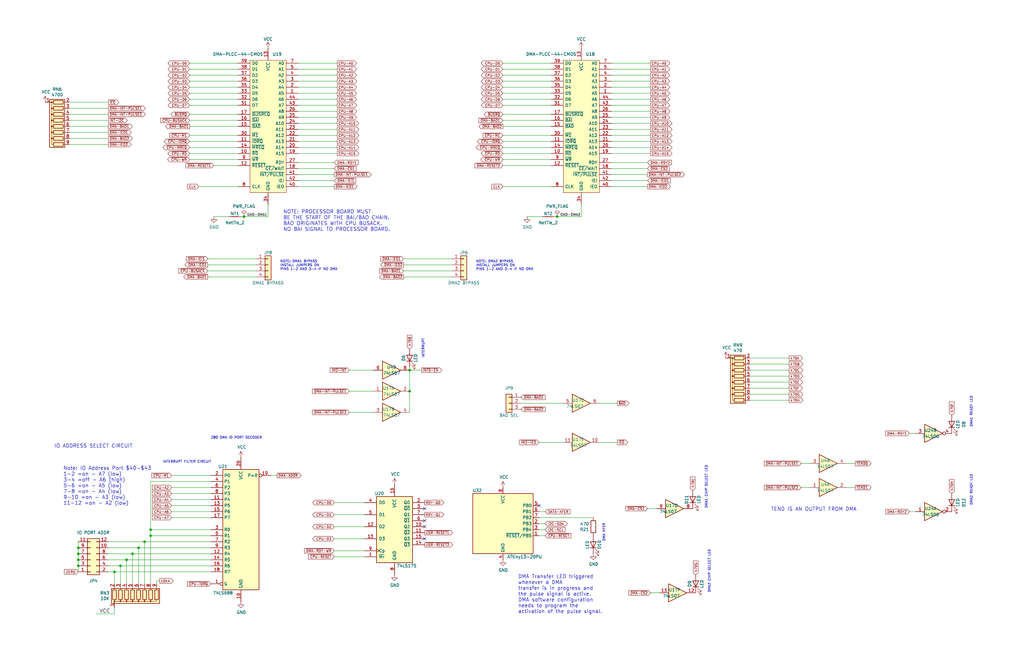
<source format=kicad_sch>
(kicad_sch (version 20211123) (generator eeschema)
  (paper "B")
  (junction (at 33.02 238.76))
  (junction (at 102.87 91.44))
  (junction (at 60.96 228.6))
  (junction (at 55.88 233.68))
  (junction (at 58.42 231.14))
  (junction (at 172.72 156.21))
  (junction (at 33.02 236.22))
  (junction (at 48.26 241.3))
  (junction (at 50.8 238.76))
  (junction (at 63.5 223.52))
  (junction (at 234.95 91.44))
  (junction (at 33.02 233.68))
  (junction (at 63.5 226.06))
  (junction (at 53.34 236.22))
  (junction (at 33.02 231.14))
  (junction (at 172.72 165.1))
  (no_connect (at 227.33 213.36))
  (no_connect (at 179.07 219.71))
  (no_connect (at 179.07 214.63))
  (no_connect (at 179.07 227.33))
  (no_connect (at 179.07 222.25))
  (wire (pts (xy 58.42 231.14) (xy 88.9 231.14)))
  (wire (pts (xy 125.73 49.53) (xy 142.24 49.53)))
  (wire (pts (xy 257.81 78.74) (xy 273.05 78.74)))
  (wire (pts (xy 212.09 64.77) (xy 232.41 64.77)))
  (wire (pts (xy 140.97 227.33) (xy 153.67 227.33)))
  (wire (pts (xy 212.09 53.34) (xy 232.41 53.34)))
  (wire (pts (xy 212.09 62.23) (xy 232.41 62.23)))
  (wire (pts (xy 66.04 245.11) (xy 66.04 246.38)))
  (wire (pts (xy 80.01 50.8) (xy 100.33 50.8)))
  (wire (pts (xy 257.81 41.91) (xy 274.32 41.91)))
  (wire (pts (xy 45.72 238.76) (xy 50.8 238.76)))
  (wire (pts (xy 125.73 62.23) (xy 142.24 62.23)))
  (wire (pts (xy 170.18 116.84) (xy 190.5 116.84)))
  (wire (pts (xy 45.72 241.3) (xy 48.26 241.3)))
  (wire (pts (xy 33.02 236.22) (xy 33.02 238.76)))
  (wire (pts (xy 257.81 73.66) (xy 273.05 73.66)))
  (wire (pts (xy 212.09 69.85) (xy 232.41 69.85)))
  (wire (pts (xy 257.81 26.67) (xy 274.32 26.67)))
  (wire (pts (xy 257.81 52.07) (xy 274.32 52.07)))
  (wire (pts (xy 125.73 41.91) (xy 142.24 41.91)))
  (wire (pts (xy 80.01 48.26) (xy 100.33 48.26)))
  (wire (pts (xy 87.63 109.22) (xy 107.95 109.22)))
  (wire (pts (xy 125.73 31.75) (xy 142.24 31.75)))
  (wire (pts (xy 172.72 156.21) (xy 172.72 154.94)))
  (wire (pts (xy 125.73 68.58) (xy 140.97 68.58)))
  (wire (pts (xy 125.73 64.77) (xy 142.24 64.77)))
  (wire (pts (xy 257.81 64.77) (xy 274.32 64.77)))
  (wire (pts (xy 125.73 44.45) (xy 142.24 44.45)))
  (wire (pts (xy 33.02 231.14) (xy 33.02 228.6)))
  (wire (pts (xy 212.09 44.45) (xy 232.41 44.45)))
  (wire (pts (xy 48.26 246.38) (xy 48.26 241.3)))
  (wire (pts (xy 50.8 238.76) (xy 88.9 238.76)))
  (wire (pts (xy 274.32 250.19) (xy 278.13 250.19)))
  (wire (pts (xy 45.72 231.14) (xy 58.42 231.14)))
  (wire (pts (xy 383.54 215.9) (xy 386.08 215.9)))
  (wire (pts (xy 50.8 246.38) (xy 50.8 238.76)))
  (wire (pts (xy 80.01 34.29) (xy 100.33 34.29)))
  (wire (pts (xy 80.01 31.75) (xy 100.33 31.75)))
  (wire (pts (xy 72.39 218.44) (xy 88.9 218.44)))
  (wire (pts (xy 80.01 26.67) (xy 100.33 26.67)))
  (wire (pts (xy 147.32 173.99) (xy 157.48 173.99)))
  (wire (pts (xy 222.25 91.44) (xy 228.6 91.44)))
  (wire (pts (xy 53.34 246.38) (xy 53.34 236.22)))
  (wire (pts (xy 140.97 232.41) (xy 153.67 232.41)))
  (wire (pts (xy 125.73 59.69) (xy 142.24 59.69)))
  (wire (pts (xy 257.81 68.58) (xy 273.05 68.58)))
  (wire (pts (xy 212.09 26.67) (xy 232.41 26.67)))
  (wire (pts (xy 212.09 78.74) (xy 232.41 78.74)))
  (wire (pts (xy 80.01 67.31) (xy 100.33 67.31)))
  (wire (pts (xy 90.17 91.44) (xy 96.52 91.44)))
  (wire (pts (xy 212.09 39.37) (xy 232.41 39.37)))
  (wire (pts (xy 63.5 246.38) (xy 63.5 226.06)))
  (wire (pts (xy 100.33 59.69) (xy 80.01 59.69)))
  (wire (pts (xy 172.72 165.1) (xy 172.72 173.99)))
  (wire (pts (xy 125.73 46.99) (xy 142.24 46.99)))
  (wire (pts (xy 227.33 220.98) (xy 229.87 220.98)))
  (wire (pts (xy 219.71 170.18) (xy 237.49 170.18)))
  (wire (pts (xy 245.11 91.44) (xy 234.95 91.44)))
  (wire (pts (xy 227.33 215.9) (xy 229.87 215.9)))
  (wire (pts (xy 48.26 259.08) (xy 48.26 256.54)))
  (wire (pts (xy 60.96 228.6) (xy 45.72 228.6)))
  (wire (pts (xy 273.05 214.63) (xy 276.86 214.63)))
  (wire (pts (xy 80.01 41.91) (xy 100.33 41.91)))
  (wire (pts (xy 63.5 226.06) (xy 88.9 226.06)))
  (wire (pts (xy 260.35 186.69) (xy 252.73 186.69)))
  (wire (pts (xy 29.21 43.18) (xy 45.72 43.18)))
  (wire (pts (xy 252.73 170.18) (xy 260.35 170.18)))
  (wire (pts (xy 48.26 241.3) (xy 88.9 241.3)))
  (wire (pts (xy 55.88 246.38) (xy 55.88 233.68)))
  (wire (pts (xy 257.81 59.69) (xy 274.32 59.69)))
  (wire (pts (xy 113.03 91.44) (xy 102.87 91.44)))
  (wire (pts (xy 140.97 217.17) (xy 153.67 217.17)))
  (wire (pts (xy 33.02 233.68) (xy 33.02 231.14)))
  (wire (pts (xy 125.73 29.21) (xy 142.24 29.21)))
  (wire (pts (xy 45.72 233.68) (xy 55.88 233.68)))
  (wire (pts (xy 212.09 41.91) (xy 232.41 41.91)))
  (wire (pts (xy 87.63 116.84) (xy 107.95 116.84)))
  (wire (pts (xy 212.09 50.8) (xy 232.41 50.8)))
  (wire (pts (xy 45.72 236.22) (xy 53.34 236.22)))
  (wire (pts (xy 257.81 49.53) (xy 274.32 49.53)))
  (wire (pts (xy 125.73 26.67) (xy 142.24 26.67)))
  (wire (pts (xy 234.95 91.44) (xy 233.68 91.44)))
  (wire (pts (xy 232.41 59.69) (xy 212.09 59.69)))
  (wire (pts (xy 63.5 223.52) (xy 63.5 226.06)))
  (wire (pts (xy 316.23 166.37) (xy 332.74 166.37)))
  (wire (pts (xy 227.33 218.44) (xy 250.19 218.44)))
  (wire (pts (xy 257.81 71.12) (xy 273.05 71.12)))
  (wire (pts (xy 212.09 36.83) (xy 232.41 36.83)))
  (wire (pts (xy 72.39 200.66) (xy 88.9 200.66)))
  (wire (pts (xy 66.04 245.11) (xy 67.31 245.11)))
  (wire (pts (xy 29.21 45.72) (xy 45.72 45.72)))
  (wire (pts (xy 177.8 156.21) (xy 172.72 156.21)))
  (wire (pts (xy 72.39 210.82) (xy 88.9 210.82)))
  (wire (pts (xy 157.48 156.21) (xy 147.32 156.21)))
  (wire (pts (xy 125.73 73.66) (xy 140.97 73.66)))
  (wire (pts (xy 80.01 36.83) (xy 100.33 36.83)))
  (wire (pts (xy 80.01 62.23) (xy 100.33 62.23)))
  (wire (pts (xy 227.33 186.69) (xy 237.49 186.69)))
  (wire (pts (xy 80.01 64.77) (xy 100.33 64.77)))
  (wire (pts (xy 60.96 246.38) (xy 60.96 228.6)))
  (wire (pts (xy 356.87 195.58) (xy 360.68 195.58)))
  (wire (pts (xy 212.09 48.26) (xy 232.41 48.26)))
  (wire (pts (xy 33.02 233.68) (xy 33.02 236.22)))
  (wire (pts (xy 29.21 48.26) (xy 45.72 48.26)))
  (wire (pts (xy 80.01 44.45) (xy 100.33 44.45)))
  (wire (pts (xy 316.23 158.75) (xy 332.74 158.75)))
  (wire (pts (xy 29.21 60.96) (xy 45.72 60.96)))
  (wire (pts (xy 257.81 54.61) (xy 274.32 54.61)))
  (wire (pts (xy 125.73 52.07) (xy 142.24 52.07)))
  (wire (pts (xy 29.21 50.8) (xy 45.72 50.8)))
  (wire (pts (xy 257.81 57.15) (xy 274.32 57.15)))
  (wire (pts (xy 257.81 46.99) (xy 274.32 46.99)))
  (wire (pts (xy 29.21 58.42) (xy 45.72 58.42)))
  (wire (pts (xy 60.96 228.6) (xy 88.9 228.6)))
  (wire (pts (xy 170.18 111.76) (xy 190.5 111.76)))
  (wire (pts (xy 125.73 39.37) (xy 142.24 39.37)))
  (wire (pts (xy 140.97 234.95) (xy 153.67 234.95)))
  (wire (pts (xy 212.09 31.75) (xy 232.41 31.75)))
  (wire (pts (xy 316.23 153.67) (xy 332.74 153.67)))
  (wire (pts (xy 257.81 39.37) (xy 274.32 39.37)))
  (wire (pts (xy 72.39 205.74) (xy 88.9 205.74)))
  (wire (pts (xy 72.39 215.9) (xy 88.9 215.9)))
  (wire (pts (xy 80.01 29.21) (xy 100.33 29.21)))
  (wire (pts (xy 212.09 34.29) (xy 232.41 34.29)))
  (wire (pts (xy 125.73 54.61) (xy 142.24 54.61)))
  (wire (pts (xy 227.33 223.52) (xy 229.87 223.52)))
  (wire (pts (xy 212.09 67.31) (xy 232.41 67.31)))
  (wire (pts (xy 125.73 78.74) (xy 140.97 78.74)))
  (wire (pts (xy 40.64 259.08) (xy 48.26 259.08)))
  (wire (pts (xy 140.97 212.09) (xy 153.67 212.09)))
  (wire (pts (xy 125.73 57.15) (xy 142.24 57.15)))
  (wire (pts (xy 147.32 165.1) (xy 157.48 165.1)))
  (wire (pts (xy 245.11 86.36) (xy 245.11 91.44)))
  (wire (pts (xy 140.97 222.25) (xy 153.67 222.25)))
  (wire (pts (xy 114.3 200.66) (xy 116.84 200.66)))
  (wire (pts (xy 257.81 36.83) (xy 274.32 36.83)))
  (wire (pts (xy 102.87 91.44) (xy 101.6 91.44)))
  (wire (pts (xy 29.21 53.34) (xy 45.72 53.34)))
  (wire (pts (xy 337.82 195.58) (xy 341.63 195.58)))
  (wire (pts (xy 72.39 208.28) (xy 88.9 208.28)))
  (wire (pts (xy 316.23 163.83) (xy 332.74 163.83)))
  (wire (pts (xy 257.81 76.2) (xy 273.05 76.2)))
  (wire (pts (xy 170.18 114.3) (xy 190.5 114.3)))
  (wire (pts (xy 100.33 57.15) (xy 80.01 57.15)))
  (wire (pts (xy 125.73 71.12) (xy 140.97 71.12)))
  (wire (pts (xy 80.01 53.34) (xy 100.33 53.34)))
  (wire (pts (xy 316.23 151.13) (xy 332.74 151.13)))
  (wire (pts (xy 257.81 62.23) (xy 274.32 62.23)))
  (wire (pts (xy 316.23 168.91) (xy 332.74 168.91)))
  (wire (pts (xy 172.72 156.21) (xy 172.72 165.1)))
  (wire (pts (xy 316.23 156.21) (xy 332.74 156.21)))
  (wire (pts (xy 125.73 36.83) (xy 142.24 36.83)))
  (wire (pts (xy 257.81 44.45) (xy 274.32 44.45)))
  (wire (pts (xy 90.17 69.85) (xy 100.33 69.85)))
  (wire (pts (xy 356.87 205.74) (xy 360.68 205.74)))
  (wire (pts (xy 83.82 78.74) (xy 100.33 78.74)))
  (wire (pts (xy 55.88 233.68) (xy 88.9 233.68)))
  (wire (pts (xy 87.63 111.76) (xy 107.95 111.76)))
  (wire (pts (xy 53.34 236.22) (xy 88.9 236.22)))
  (wire (pts (xy 257.81 29.21) (xy 274.32 29.21)))
  (wire (pts (xy 257.81 31.75) (xy 274.32 31.75)))
  (wire (pts (xy 113.03 86.36) (xy 113.03 91.44)))
  (wire (pts (xy 58.42 246.38) (xy 58.42 231.14)))
  (wire (pts (xy 212.09 29.21) (xy 232.41 29.21)))
  (wire (pts (xy 383.54 182.88) (xy 386.08 182.88)))
  (wire (pts (xy 316.23 161.29) (xy 332.74 161.29)))
  (wire (pts (xy 337.82 205.74) (xy 341.63 205.74)))
  (wire (pts (xy 232.41 57.15) (xy 212.09 57.15)))
  (wire (pts (xy 29.21 55.88) (xy 45.72 55.88)))
  (wire (pts (xy 80.01 39.37) (xy 100.33 39.37)))
  (wire (pts (xy 63.5 203.2) (xy 63.5 223.52)))
  (wire (pts (xy 87.63 114.3) (xy 107.95 114.3)))
  (wire (pts (xy 227.33 226.06) (xy 229.87 226.06)))
  (wire (pts (xy 170.18 109.22) (xy 190.5 109.22)))
  (wire (pts (xy 125.73 34.29) (xy 142.24 34.29)))
  (wire (pts (xy 63.5 223.52) (xy 88.9 223.52)))
  (wire (pts (xy 33.02 238.76) (xy 33.02 241.3)))
  (wire (pts (xy 72.39 213.36) (xy 88.9 213.36)))
  (wire (pts (xy 125.73 76.2) (xy 140.97 76.2)))
  (wire (pts (xy 63.5 203.2) (xy 88.9 203.2)))
  (wire (pts (xy 257.81 34.29) (xy 274.32 34.29)))
  (text "INTERRUPT" (at 179.07 151.13 90) (effects (font (size 1.016 1.016)) (justify left bottom)))
  (text "DMA1 READY LED" (at 410.21 180.34 90) (effects (font (size 1.016 1.016)) (justify left bottom)))
  (text "NOTE: DMA2 BYPASS\nINSTALL JUMPERS ON\nPINS 1-2 AND 3-4 IF NO DMA" (at 200.66 114.3 0) (effects (font (size 1.016 1.016)) (justify left bottom)))
  (text "NOTE: DMA1 BYPASS\nINSTALL JUMPERS ON\nPINS 1-2 AND 3-4 IF NO DMA" (at 118.11 114.3 0) (effects (font (size 1.016 1.016)) (justify left bottom)))
  (text "IO ADDRESS SELECT CIRCUIT" (at 22.86 189.23 0) (effects (font (size 1.524 1.524)) (justify left bottom)))
  (text "DMA Transfer LED triggered \nwhenever a DMA\ntransfer is in progress and\nthe pulse signal is active.\nDMA software configuration\nneeds to program the\nactivation of the pulse signal." (at 218.44 259.08 0) (effects (font (size 1.524 1.524)) (justify left bottom)))
  (text "DMA1 CHIP SELECT LED" (at 298.45 214.63 90) (effects (font (size 1.016 1.016)) (justify left bottom)))
  (text "DMA XFER" (at 255.27 228.6 90) (effects (font (size 1.016 1.016)) (justify left bottom)))
  (text "INTERRUPT FILTER CIRCUIT" (at 68.58 195.58 0) (effects (font (size 1.016 1.016)) (justify left bottom)))
  (text "DMA2 READY LED" (at 410.21 213.36 90) (effects (font (size 1.016 1.016)) (justify left bottom)))
  (text "DMA2 CHIP SELECT LED" (at 299.72 250.19 90) (effects (font (size 1.016 1.016)) (justify left bottom)))
  (text "TEND IS AN OUTPUT FROM DMA" (at 325.12 215.9 0) (effects (font (size 1.524 1.524)) (justify left bottom)))
  (text "NOTE: PROCESSOR BOARD MUST\nBE THE START OF THE BAI/BAO CHAIN.\nBAO ORIGINATES WITH CPU BUSACK.\nNO BAI SIGNAL TO PROCESSOR BOARD." (at 119.38 97.79 0) (effects (font (size 1.524 1.524)) (justify left bottom)))
  (text "Z80 DMA IO PORT DECODER\n" (at 88.9 185.42 0) (effects (font (size 1.016 1.016)) (justify left bottom)))
  (text "Note: IO Address Port $40-$43\n1-2 =on - A7 (low)\n3-4 =off - A6 (high)\n5-6 =on - A5 (low)\n7-8 =on - A4 (low)\n9-10 =on - A3 (low)\n11-12 =on - A2 (low)" (at 26.67 213.36 0) (effects (font (size 1.524 1.524)) (justify left bottom)))
  (label "VCC" (at 41.91 259.08 0) (effects (font (size 1.524 1.524))))
  (label "GND-DMA2" (at 236.22 91.44 0) (effects (font (size 1.016 1.016))))
  (label "GND-DMA1" (at 104.14 91.44 0) (effects (font (size 1.016 1.016))))
  (global_label "CPU-A3" (shape output) (at 274.32 34.29 0) (effects (font (size 1.016 1.016))) (property "Intersheet References" "${INTERSHEET_REFS}" (effects hide)))
  (global_label "DMA-RDY1" (shape input) (at 383.54 182.88 180) (effects (font (size 1.016 1.016))) (property "Intersheet References" "${INTERSHEET_REFS}" (effects hide)))
  (global_label "~{IEO}" (shape output) (at 260.35 186.69 0) (effects (font (size 1.016 1.016))) (property "Intersheet References" "${INTERSHEET_REFS}" (effects hide)))
  (global_label "~{DMA-BAO1}" (shape input) (at 212.09 50.8 180) (effects (font (size 1.016 1.016))) (property "Intersheet References" "${INTERSHEET_REFS}" (effects hide)))
  (global_label "CPU-A2" (shape output) (at 274.32 31.75 0) (effects (font (size 1.016 1.016))) (property "Intersheet References" "${INTERSHEET_REFS}" (effects hide)))
  (global_label "~{BUSRQ}" (shape bidirectional) (at 80.01 48.26 180) (effects (font (size 1.016 1.016))) (property "Intersheet References" "${INTERSHEET_REFS}" (effects hide)))
  (global_label "DMA-RDY2" (shape input) (at 273.05 68.58 0) (effects (font (size 1.016 1.016))) (property "Intersheet References" "${INTERSHEET_REFS}" (effects hide)))
  (global_label "CPU-A12" (shape output) (at 142.24 57.15 0) (effects (font (size 1.016 1.016))) (property "Intersheet References" "${INTERSHEET_REFS}" (effects hide)))
  (global_label "~{DMA-IEO1}" (shape input) (at 170.18 109.22 180) (effects (font (size 1.016 1.016))) (property "Intersheet References" "${INTERSHEET_REFS}" (effects hide)))
  (global_label "~{CPU-M1}" (shape input) (at 212.09 57.15 180) (effects (font (size 1.016 1.016))) (property "Intersheet References" "${INTERSHEET_REFS}" (effects hide)))
  (global_label "~{CPU-IORQ}" (shape bidirectional) (at 212.09 59.69 180) (effects (font (size 1.016 1.016))) (property "Intersheet References" "${INTERSHEET_REFS}" (effects hide)))
  (global_label "CPU-D2" (shape bidirectional) (at 140.97 222.25 180) (effects (font (size 1.016 1.016))) (property "Intersheet References" "${INTERSHEET_REFS}" (effects hide)))
  (global_label "470F" (shape output) (at 332.74 163.83 0) (effects (font (size 1.016 1.016))) (property "Intersheet References" "${INTERSHEET_REFS}" (effects hide)))
  (global_label "470A" (shape output) (at 332.74 151.13 0) (effects (font (size 1.016 1.016))) (property "Intersheet References" "${INTERSHEET_REFS}" (effects hide)))
  (global_label "~{DMA-CS2}" (shape input) (at 274.32 250.19 180) (effects (font (size 1.016 1.016))) (property "Intersheet References" "${INTERSHEET_REFS}" (effects hide)))
  (global_label "CPU-D1" (shape bidirectional) (at 212.09 29.21 180) (effects (font (size 1.016 1.016))) (property "Intersheet References" "${INTERSHEET_REFS}" (effects hide)))
  (global_label "CPU-A3" (shape input) (at 72.39 208.28 180) (effects (font (size 1.016 1.016))) (property "Intersheet References" "${INTERSHEET_REFS}" (effects hide)))
  (global_label "~{CPU-RD}" (shape bidirectional) (at 212.09 64.77 180) (effects (font (size 1.016 1.016))) (property "Intersheet References" "${INTERSHEET_REFS}" (effects hide)))
  (global_label "~{IM2-INT}" (shape input) (at 147.32 156.21 180) (effects (font (size 1.016 1.016))) (property "Intersheet References" "${INTERSHEET_REFS}" (effects hide)))
  (global_label "470E" (shape output) (at 332.74 161.29 0) (effects (font (size 1.016 1.016))) (property "Intersheet References" "${INTERSHEET_REFS}" (effects hide)))
  (global_label "~{DMA-CS1}" (shape input) (at 273.05 214.63 180) (effects (font (size 1.016 1.016))) (property "Intersheet References" "${INTERSHEET_REFS}" (effects hide)))
  (global_label "CPU-A6" (shape output) (at 274.32 41.91 0) (effects (font (size 1.016 1.016))) (property "Intersheet References" "${INTERSHEET_REFS}" (effects hide)))
  (global_label "CPU-A8" (shape output) (at 274.32 46.99 0) (effects (font (size 1.016 1.016))) (property "Intersheet References" "${INTERSHEET_REFS}" (effects hide)))
  (global_label "~{TEND1}" (shape output) (at 360.68 205.74 0) (effects (font (size 1.016 1.016))) (property "Intersheet References" "${INTERSHEET_REFS}" (effects hide)))
  (global_label "I2C-SCL" (shape input) (at 229.87 223.52 0) (effects (font (size 1.016 1.016))) (property "Intersheet References" "${INTERSHEET_REFS}" (effects hide)))
  (global_label "~{DMA-INT-PULSE1}" (shape input) (at 337.82 195.58 180) (effects (font (size 1.016 1.016))) (property "Intersheet References" "${INTERSHEET_REFS}" (effects hide)))
  (global_label "~{CPU-RD}" (shape bidirectional) (at 80.01 64.77 180) (effects (font (size 1.016 1.016))) (property "Intersheet References" "${INTERSHEET_REFS}" (effects hide)))
  (global_label "CPU-A4" (shape output) (at 274.32 36.83 0) (effects (font (size 1.016 1.016))) (property "Intersheet References" "${INTERSHEET_REFS}" (effects hide)))
  (global_label "CPU-D1" (shape bidirectional) (at 80.01 29.21 180) (effects (font (size 1.016 1.016))) (property "Intersheet References" "${INTERSHEET_REFS}" (effects hide)))
  (global_label "~{INT-I2C}" (shape output) (at 45.72 50.8 0) (effects (font (size 1.016 1.016))) (property "Intersheet References" "${INTERSHEET_REFS}" (effects hide)))
  (global_label "CPU-A8" (shape output) (at 142.24 46.99 0) (effects (font (size 1.016 1.016))) (property "Intersheet References" "${INTERSHEET_REFS}" (effects hide)))
  (global_label "~{DMA-BAO2}" (shape output) (at 45.72 58.42 0) (effects (font (size 1.016 1.016))) (property "Intersheet References" "${INTERSHEET_REFS}" (effects hide)))
  (global_label "ZERO" (shape input) (at 33.02 241.3 180) (effects (font (size 1.016 1.016))) (property "Intersheet References" "${INTERSHEET_REFS}" (effects hide)))
  (global_label "~{DMA-INT-PULSE2}" (shape input) (at 147.32 173.99 180) (effects (font (size 1.016 1.016))) (property "Intersheet References" "${INTERSHEET_REFS}" (effects hide)))
  (global_label "CPU-A10" (shape output) (at 274.32 52.07 0) (effects (font (size 1.016 1.016))) (property "Intersheet References" "${INTERSHEET_REFS}" (effects hide)))
  (global_label "~{IEO}" (shape output) (at 45.72 43.18 0) (effects (font (size 1.016 1.016))) (property "Intersheet References" "${INTERSHEET_REFS}" (effects hide)))
  (global_label "CPU-A5" (shape output) (at 142.24 39.37 0) (effects (font (size 1.016 1.016))) (property "Intersheet References" "${INTERSHEET_REFS}" (effects hide)))
  (global_label "~{CPU-M1}" (shape input) (at 80.01 57.15 180) (effects (font (size 1.016 1.016))) (property "Intersheet References" "${INTERSHEET_REFS}" (effects hide)))
  (global_label "CPU-A3" (shape output) (at 142.24 34.29 0) (effects (font (size 1.016 1.016))) (property "Intersheet References" "${INTERSHEET_REFS}" (effects hide)))
  (global_label "~{DMA-CS2}" (shape input) (at 273.05 71.12 0) (effects (font (size 1.016 1.016))) (property "Intersheet References" "${INTERSHEET_REFS}" (effects hide)))
  (global_label "~{DMA-BAO2}" (shape input) (at 219.71 172.72 0) (effects (font (size 1.016 1.016))) (property "Intersheet References" "${INTERSHEET_REFS}" (effects hide)))
  (global_label "I2C-SDA" (shape bidirectional) (at 229.87 220.98 0) (effects (font (size 1.016 1.016))) (property "Intersheet References" "${INTERSHEET_REFS}" (effects hide)))
  (global_label "CPU-D0" (shape bidirectional) (at 140.97 212.09 180) (effects (font (size 1.016 1.016))) (property "Intersheet References" "${INTERSHEET_REFS}" (effects hide)))
  (global_label "470B" (shape output) (at 332.74 153.67 0) (effects (font (size 1.016 1.016))) (property "Intersheet References" "${INTERSHEET_REFS}" (effects hide)))
  (global_label "CPU-A1" (shape output) (at 142.24 29.21 0) (effects (font (size 1.016 1.016))) (property "Intersheet References" "${INTERSHEET_REFS}" (effects hide)))
  (global_label "~{DMA-IEO1}" (shape output) (at 140.97 78.74 0) (effects (font (size 1.016 1.016))) (property "Intersheet References" "${INTERSHEET_REFS}" (effects hide)))
  (global_label "CPU-A1" (shape output) (at 274.32 29.21 0) (effects (font (size 1.016 1.016))) (property "Intersheet References" "${INTERSHEET_REFS}" (effects hide)))
  (global_label "DATA-XFER" (shape input) (at 229.87 215.9 0) (effects (font (size 1.016 1.016))) (property "Intersheet References" "${INTERSHEET_REFS}" (effects hide)))
  (global_label "~{CPU-IORQ}" (shape bidirectional) (at 80.01 59.69 180) (effects (font (size 1.016 1.016))) (property "Intersheet References" "${INTERSHEET_REFS}" (effects hide)))
  (global_label "DMA-RDY2" (shape input) (at 383.54 215.9 180) (effects (font (size 1.016 1.016))) (property "Intersheet References" "${INTERSHEET_REFS}" (effects hide)))
  (global_label "CPU-A11" (shape output) (at 142.24 54.61 0) (effects (font (size 1.016 1.016))) (property "Intersheet References" "${INTERSHEET_REFS}" (effects hide)))
  (global_label "CPU-D4" (shape bidirectional) (at 212.09 36.83 180) (effects (font (size 1.016 1.016))) (property "Intersheet References" "${INTERSHEET_REFS}" (effects hide)))
  (global_label "CPU-A2" (shape output) (at 142.24 31.75 0) (effects (font (size 1.016 1.016))) (property "Intersheet References" "${INTERSHEET_REFS}" (effects hide)))
  (global_label "RDY-Q0" (shape output) (at 179.07 212.09 0) (effects (font (size 1.016 1.016))) (property "Intersheet References" "${INTERSHEET_REFS}" (effects hide)))
  (global_label "~{CPU-BUSACK}" (shape input) (at 87.63 114.3 180) (effects (font (size 1.016 1.016))) (property "Intersheet References" "${INTERSHEET_REFS}" (effects hide)))
  (global_label "CPU-D0" (shape bidirectional) (at 80.01 26.67 180) (effects (font (size 1.016 1.016))) (property "Intersheet References" "${INTERSHEET_REFS}" (effects hide)))
  (global_label "~{USR-RESET1}" (shape output) (at 179.07 224.79 0) (effects (font (size 1.016 1.016))) (property "Intersheet References" "${INTERSHEET_REFS}" (effects hide)))
  (global_label "CPU-D3" (shape bidirectional) (at 212.09 34.29 180) (effects (font (size 1.016 1.016))) (property "Intersheet References" "${INTERSHEET_REFS}" (effects hide)))
  (global_label "~{BUSRQ}" (shape bidirectional) (at 212.09 48.26 180) (effects (font (size 1.016 1.016))) (property "Intersheet References" "${INTERSHEET_REFS}" (effects hide)))
  (global_label "CPU-A14" (shape output) (at 274.32 62.23 0) (effects (font (size 1.016 1.016))) (property "Intersheet References" "${INTERSHEET_REFS}" (effects hide)))
  (global_label "~{DMA-RESET1}" (shape input) (at 90.17 69.85 180) (effects (font (size 1.016 1.016))) (property "Intersheet References" "${INTERSHEET_REFS}" (effects hide)))
  (global_label "~{CPU-MREQ}" (shape bidirectional) (at 212.09 62.23 180) (effects (font (size 1.016 1.016))) (property "Intersheet References" "${INTERSHEET_REFS}" (effects hide)))
  (global_label "CPU-A9" (shape output) (at 274.32 49.53 0) (effects (font (size 1.016 1.016))) (property "Intersheet References" "${INTERSHEET_REFS}" (effects hide)))
  (global_label "~{CPU-IORQ}" (shape input) (at 88.9 246.38 180) (effects (font (size 1.016 1.016))) (property "Intersheet References" "${INTERSHEET_REFS}" (effects hide)))
  (global_label "~{DMA-BAO1}" (shape output) (at 80.01 53.34 180) (effects (font (size 1.016 1.016))) (property "Intersheet References" "${INTERSHEET_REFS}" (effects hide)))
  (global_label "CPU-A15" (shape output) (at 142.24 64.77 0) (effects (font (size 1.016 1.016))) (property "Intersheet References" "${INTERSHEET_REFS}" (effects hide)))
  (global_label "~{DMA-IEO2}" (shape output) (at 170.18 111.76 180) (effects (font (size 1.016 1.016))) (property "Intersheet References" "${INTERSHEET_REFS}" (effects hide)))
  (global_label "CPU-A12" (shape output) (at 274.32 57.15 0) (effects (font (size 1.016 1.016))) (property "Intersheet References" "${INTERSHEET_REFS}" (effects hide)))
  (global_label "CPU-A7" (shape output) (at 142.24 44.45 0) (effects (font (size 1.016 1.016))) (property "Intersheet References" "${INTERSHEET_REFS}" (effects hide)))
  (global_label "470D" (shape output) (at 332.74 158.75 0) (effects (font (size 1.016 1.016))) (property "Intersheet References" "${INTERSHEET_REFS}" (effects hide)))
  (global_label "CPU-D6" (shape bidirectional) (at 80.01 41.91 180) (effects (font (size 1.016 1.016))) (property "Intersheet References" "${INTERSHEET_REFS}" (effects hide)))
  (global_label "~{BAO}" (shape output) (at 260.35 170.18 0) (effects (font (size 1.016 1.016))) (property "Intersheet References" "${INTERSHEET_REFS}" (effects hide)))
  (global_label "CPU-A15" (shape output) (at 274.32 64.77 0) (effects (font (size 1.016 1.016))) (property "Intersheet References" "${INTERSHEET_REFS}" (effects hide)))
  (global_label "~{DMA-BAO1}" (shape output) (at 87.63 116.84 180) (effects (font (size 1.016 1.016))) (property "Intersheet References" "${INTERSHEET_REFS}" (effects hide)))
  (global_label "470G" (shape output) (at 332.74 166.37 0) (effects (font (size 1.016 1.016))) (property "Intersheet References" "${INTERSHEET_REFS}" (effects hide)))
  (global_label "~{CPU-WR}" (shape bidirectional) (at 212.09 67.31 180) (effects (font (size 1.016 1.016))) (property "Intersheet References" "${INTERSHEET_REFS}" (effects hide)))
  (global_label "~{DMA-BAO2}" (shape output) (at 212.09 53.34 180) (effects (font (size 1.016 1.016))) (property "Intersheet References" "${INTERSHEET_REFS}" (effects hide)))
  (global_label "RDY-Q1" (shape output) (at 179.07 217.17 0) (effects (font (size 1.016 1.016))) (property "Intersheet References" "${INTERSHEET_REFS}" (effects hide)))
  (global_label "~{CPU-M1}" (shape input) (at 72.39 200.66 180) (effects (font (size 1.016 1.016))) (property "Intersheet References" "${INTERSHEET_REFS}" (effects hide)))
  (global_label "CPU-A6" (shape input) (at 72.39 215.9 180) (effects (font (size 1.016 1.016))) (property "Intersheet References" "${INTERSHEET_REFS}" (effects hide)))
  (global_label "CPU-A10" (shape output) (at 142.24 52.07 0) (effects (font (size 1.016 1.016))) (property "Intersheet References" "${INTERSHEET_REFS}" (effects hide)))
  (global_label "~{DMA-IEO1}" (shape output) (at 45.72 55.88 0) (effects (font (size 1.016 1.016))) (property "Intersheet References" "${INTERSHEET_REFS}" (effects hide)))
  (global_label "~{DMA-BAO1}" (shape input) (at 170.18 114.3 180) (effects (font (size 1.016 1.016))) (property "Intersheet References" "${INTERSHEET_REFS}" (effects hide)))
  (global_label "470G" (shape input) (at 293.37 242.57 90) (effects (font (size 1.016 1.016))) (property "Intersheet References" "${INTERSHEET_REFS}" (effects hide)))
  (global_label "CPU-D6" (shape bidirectional) (at 212.09 41.91 180) (effects (font (size 1.016 1.016))) (property "Intersheet References" "${INTERSHEET_REFS}" (effects hide)))
  (global_label "470E" (shape input) (at 292.1 207.01 90) (effects (font (size 1.016 1.016))) (property "Intersheet References" "${INTERSHEET_REFS}" (effects hide)))
  (global_label "CPU-D7" (shape bidirectional) (at 212.09 44.45 180) (effects (font (size 1.016 1.016))) (property "Intersheet References" "${INTERSHEET_REFS}" (effects hide)))
  (global_label "~{TEND0}" (shape output) (at 360.68 195.58 0) (effects (font (size 1.016 1.016))) (property "Intersheet References" "${INTERSHEET_REFS}" (effects hide)))
  (global_label "CPU-A7" (shape output) (at 274.32 44.45 0) (effects (font (size 1.016 1.016))) (property "Intersheet References" "${INTERSHEET_REFS}" (effects hide)))
  (global_label "CPU-D3" (shape bidirectional) (at 80.01 34.29 180) (effects (font (size 1.016 1.016))) (property "Intersheet References" "${INTERSHEET_REFS}" (effects hide)))
  (global_label "CPU-D4" (shape bidirectional) (at 80.01 36.83 180) (effects (font (size 1.016 1.016))) (property "Intersheet References" "${INTERSHEET_REFS}" (effects hide)))
  (global_label "10KA" (shape output) (at 67.31 245.11 0) (effects (font (size 1.016 1.016))) (property "Intersheet References" "${INTERSHEET_REFS}" (effects hide)))
  (global_label "CPU-A11" (shape output) (at 274.32 54.61 0) (effects (font (size 1.016 1.016))) (property "Intersheet References" "${INTERSHEET_REFS}" (effects hide)))
  (global_label "CPU-D1" (shape bidirectional) (at 140.97 217.17 180) (effects (font (size 1.016 1.016))) (property "Intersheet References" "${INTERSHEET_REFS}" (effects hide)))
  (global_label "CPU-D5" (shape bidirectional) (at 212.09 39.37 180) (effects (font (size 1.016 1.016))) (property "Intersheet References" "${INTERSHEET_REFS}" (effects hide)))
  (global_label "~{INT0-EN}" (shape output) (at 177.8 156.21 0) (effects (font (size 1.016 1.016))) (property "Intersheet References" "${INTERSHEET_REFS}" (effects hide)))
  (global_label "~{DMA-INT-PULSE2}" (shape output) (at 273.05 73.66 0) (effects (font (size 1.016 1.016))) (property "Intersheet References" "${INTERSHEET_REFS}" (effects hide)))
  (global_label "~{DMA-IEO2}" (shape output) (at 45.72 60.96 0) (effects (font (size 1.016 1.016))) (property "Intersheet References" "${INTERSHEET_REFS}" (effects hide)))
  (global_label "470F" (shape input) (at 401.32 175.26 90) (effects (font (size 1.016 1.016))) (property "Intersheet References" "${INTERSHEET_REFS}" (effects hide)))
  (global_label "CPU-D0" (shape bidirectional) (at 212.09 26.67 180) (effects (font (size 1.016 1.016))) (property "Intersheet References" "${INTERSHEET_REFS}" (effects hide)))
  (global_label "~{DMA-CS1}" (shape input) (at 140.97 71.12 0) (effects (font (size 1.016 1.016))) (property "Intersheet References" "${INTERSHEET_REFS}" (effects hide)))
  (global_label "~{DMA-INT-PULSE1}" (shape input) (at 147.32 165.1 180) (effects (font (size 1.016 1.016))) (property "Intersheet References" "${INTERSHEET_REFS}" (effects hide)))
  (global_label "~{IM2-IEO}" (shape input) (at 227.33 186.69 180) (effects (font (size 1.016 1.016))) (property "Intersheet References" "${INTERSHEET_REFS}" (effects hide)))
  (global_label "DMA-RDY1" (shape input) (at 140.97 68.58 0) (effects (font (size 1.016 1.016))) (property "Intersheet References" "${INTERSHEET_REFS}" (effects hide)))
  (global_label "~{DMA-IEO1}" (shape output) (at 87.63 111.76 180) (effects (font (size 1.016 1.016))) (property "Intersheet References" "${INTERSHEET_REFS}" (effects hide)))
  (global_label "470B" (shape input) (at 172.72 147.32 90) (effects (font (size 1.016 1.016))) (property "Intersheet References" "${INTERSHEET_REFS}" (effects hide)))
  (global_label "CPU-A0" (shape output) (at 274.32 26.67 0) (effects (font (size 1.016 1.016))) (property "Intersheet References" "${INTERSHEET_REFS}" (effects hide)))
  (global_label "~{CPU-RESET}" (shape input) (at 229.87 226.06 0) (effects (font (size 1.016 1.016))) (property "Intersheet References" "${INTERSHEET_REFS}" (effects hide)))
  (global_label "~{DMA-INT-PULSE2}" (shape input) (at 337.82 205.74 180) (effects (font (size 1.016 1.016))) (property "Intersheet References" "${INTERSHEET_REFS}" (effects hide)))
  (global_label "CLK" (shape input) (at 212.09 78.74 180) (effects (font (size 1.016 1.016))) (property "Intersheet References" "${INTERSHEET_REFS}" (effects hide)))
  (global_label "~{DMA-RESET2}" (shape input) (at 212.09 69.85 180) (effects (font (size 1.016 1.016))) (property "Intersheet References" "${INTERSHEET_REFS}" (effects hide)))
  (global_label "CPU-A2" (shape input) (at 72.39 205.74 180) (effects (font (size 1.016 1.016))) (property "Intersheet References" "${INTERSHEET_REFS}" (effects hide)))
  (global_label "~{DMA-IEI1}" (shape input) (at 140.97 76.2 0) (effects (font (size 1.016 1.016))) (property "Intersheet References" "${INTERSHEET_REFS}" (effects hide)))
  (global_label "CPU-A7" (shape input) (at 72.39 218.44 180) (effects (font (size 1.016 1.016))) (property "Intersheet References" "${INTERSHEET_REFS}" (effects hide)))
  (global_label "CPU-A9" (shape output) (at 142.24 49.53 0) (effects (font (size 1.016 1.016))) (property "Intersheet References" "${INTERSHEET_REFS}" (effects hide)))
  (global_label "CPU-A5" (shape output) (at 274.32 39.37 0) (effects (font (size 1.016 1.016))) (property "Intersheet References" "${INTERSHEET_REFS}" (effects hide)))
  (global_label "~{DMA-IEO1}" (shape input) (at 273.05 76.2 0) (effects (font (size 1.016 1.016))) (property "Intersheet References" "${INTERSHEET_REFS}" (effects hide)))
  (global_label "~{DMA-IEI1}" (shape input) (at 87.63 109.22 180) (effects (font (size 1.016 1.016))) (property "Intersheet References" "${INTERSHEET_REFS}" (effects hide)))
  (global_label "~{DMA-BAO2}" (shape output) (at 170.18 116.84 180) (effects (font (size 1.016 1.016))) (property "Intersheet References" "${INTERSHEET_REFS}" (effects hide)))
  (global_label "~{DMA-IEO2}" (shape output) (at 273.05 78.74 0) (effects (font (size 1.016 1.016))) (property "Intersheet References" "${INTERSHEET_REFS}" (effects hide)))
  (global_label "CPU-A0" (shape output) (at 142.24 26.67 0) (effects (font (size 1.016 1.016))) (property "Intersheet References" "${INTERSHEET_REFS}" (effects hide)))
  (global_label "CPU-A5" (shape input) (at 72.39 213.36 180) (effects (font (size 1.016 1.016))) (property "Intersheet References" "${INTERSHEET_REFS}" (effects hide)))
  (global_label "470H" (shape input) (at 401.32 208.28 90) (effects (font (size 1.016 1.016))) (property "Intersheet References" "${INTERSHEET_REFS}" (effects hide)))
  (global_label "CPU-A6" (shape output) (at 142.24 41.91 0) (effects (font (size 1.016 1.016))) (property "Intersheet References" "${INTERSHEET_REFS}" (effects hide)))
  (global_label "~{CPU-WR}" (shape bidirectional) (at 80.01 67.31 180) (effects (font (size 1.016 1.016))) (property "Intersheet References" "${INTERSHEET_REFS}" (effects hide)))
  (global_label "CLK" (shape input) (at 83.82 78.74 180) (effects (font (size 1.016 1.016))) (property "Intersheet References" "${INTERSHEET_REFS}" (effects hide)))
  (global_label "~{DMA-INT-PULSE1}" (shape output) (at 140.97 73.66 0) (effects (font (size 1.016 1.016))) (property "Intersheet References" "${INTERSHEET_REFS}" (effects hide)))
  (global_label "CPU-A13" (shape output) (at 274.32 59.69 0) (effects (font (size 1.016 1.016))) (property "Intersheet References" "${INTERSHEET_REFS}" (effects hide)))
  (global_label "~{DMA-BAO1}" (shape input) (at 219.71 167.64 0) (effects (font (size 1.016 1.016))) (property "Intersheet References" "${INTERSHEET_REFS}" (effects hide)))
  (global_label "~{CPU-BUSACK}" (shape input) (at 80.01 50.8 180) (effects (font (size 1.016 1.016))) (property "Intersheet References" "${INTERSHEET_REFS}" (effects hide)))
  (global_label "~{CPU-MREQ}" (shape bidirectional) (at 80.01 62.23 180) (effects (font (size 1.016 1.016))) (property "Intersheet References" "${INTERSHEET_REFS}" (effects hide)))
  (global_label "CPU-D3" (shape bidirectional) (at 140.97 227.33 180) (effects (font (size 1.016 1.016))) (property "Intersheet References" "${INTERSHEET_REFS}" (effects hide)))
  (global_label "470H" (shape output) (at 332.74 168.91 0) (effects (font (size 1.016 1.016))) (property "Intersheet References" "${INTERSHEET_REFS}" (effects hide)))
  (global_label "CPU-D2" (shape bidirectional) (at 212.09 31.75 180) (effects (font (size 1.016 1.016))) (property "Intersheet References" "${INTERSHEET_REFS}" (effects hide)))
  (global_label "CPU-A13" (shape output) (at 142.24 59.69 0) (effects (font (size 1.016 1.016))) (property "Intersheet References" "${INTERSHEET_REFS}" (effects hide)))
  (global_label "~{DMA-ADDR}" (shape output) (at 116.84 200.66 0) (effects (font (size 1.016 1.016))) (property "Intersheet References" "${INTERSHEET_REFS}" (effects hide)))
  (global_label "CPU-A4" (shape output) (at 142.24 36.83 0) (effects (font (size 1.016 1.016))) (property "Intersheet References" "${INTERSHEET_REFS}" (effects hide)))
  (global_label "~{DMA-RDY-WR}" (shape input) (at 140.97 232.41 180) (effects (font (size 1.016 1.016))) (property "Intersheet References" "${INTERSHEET_REFS}" (effects hide)))
  (global_label "~{DMA-INT-PULSE2}" (shape output) (at 45.72 48.26 0) (effects (font (size 1.016 1.016))) (property "Intersheet References" "${INTERSHEET_REFS}" (effects hide)))
  (global_label "CPU-D2" (shape bidirectional) (at 80.01 31.75 180) (effects (font (size 1.016 1.016))) (property "Intersheet References" "${INTERSHEET_REFS}" (effects hide)))
  (global_label "CPU-A14" (shape output) (at 142.24 62.23 0) (effects (font (size 1.016 1.016))) (property "Intersheet References" "${INTERSHEET_REFS}" (effects hide)))
  (global_label "~{DMA-BAO1}" (shape output) (at 45.72 53.34 0) (effects (font (size 1.016 1.016))) (property "Intersheet References" "${INTERSHEET_REFS}" (effects hide)))
  (global_label "~{CPU-RESET}" (shape input) (at 140.97 234.95 180) (effects (font (size 1.016 1.016))) (property "Intersheet References" "${INTERSHEET_REFS}" (effects hide)))
  (global_label "CPU-D5" (shape bidirectional) (at 80.01 39.37 180) (effects (font (size 1.016 1.016))) (property "Intersheet References" "${INTERSHEET_REFS}" (effects hide)))
  (global_label "470C" (shape output) (at 332.74 156.21 0) (effects (font (size 1.016 1.016))) (property "Intersheet References" "${INTERSHEET_REFS}" (effects hide)))
  (global_label "CPU-A4" (shape input) (at 72.39 210.82 180) (effects (font (size 1.016 1.016))) (property "Intersheet References" "${INTERSHEET_REFS}" (effects hide)))
  (global_label "~{USR-RESET2}" (shape output) (at 179.07 229.87 0) (effects (font (size 1.016 1.016))) (property "Intersheet References" "${INTERSHEET_REFS}" (effects hide)))
  (global_label "CPU-D7" (shape bidirectional) (at 80.01 44.45 180) (effects (font (size 1.016 1.016))) (property "Intersheet References" "${INTERSHEET_REFS}" (effects hide)))
  (global_label "~{DMA-INT-PULSE1}" (shape output) (at 45.72 45.72 0) (effects (font (size 1.016 1.016))) (property "Intersheet References" "${INTERSHEET_REFS}" (effects hide)))
  (symbol (lib_id "MCU_Microchip_ATtiny:ATtiny13-20P") (at 212.09 220.98 0) (unit 1)
    (property "Reference" "U32" (at 203.2 207.01 0) (effects (justify right)))
    (property "Value" "ATtiny13-20PU" (at 228.6 234.95 0) (effects (justify right)))
    (property "Footprint" "Package_DIP:DIP-8_W7.62mm" (effects hide))
    (property "Datasheet" "http://ww1.microchip.com/downloads/en/DeviceDoc/doc2535.pdf" (effects hide))
  )
  (symbol (lib_id "power:VCC") (at 212.09 205.74 0) (unit 1)
    (property "Reference" "#PWR067" (effects hide))
    (property "Value" "VCC" (at 212.5218 201.3458 0))
  )
  (symbol (lib_id "power:GND") (at 212.09 236.22 0) (unit 1)
    (property "Reference" "#PWR073" (effects hide))
    (property "Value" "GND" (at 212.217 240.6142 0))
  )
  (symbol (lib_id "Device:LED") (at 250.19 229.87 90) (unit 1)
    (property "Reference" "D10" (at 252.73 229.87 0))
    (property "Value" "LED" (at 247.65 229.87 0))
    (property "Footprint" "LED_THT:LED_D3.0mm_Horizontal_O3.81mm_Z2.0mm" (effects hide))
  )
  (symbol (lib_id "Device:R") (at 250.19 222.25 180) (unit 1)
    (property "Reference" "R21" (at 248.412 223.4184 0) (effects (justify left)))
    (property "Value" "470" (at 248.412 221.107 0) (effects (justify left)))
    (property "Footprint" "Resistor_THT:R_Axial_DIN0207_L6.3mm_D2.5mm_P7.62mm_Horizontal" (effects hide))
  )
  (symbol (lib_id "74xx:74LS07") (at 165.1 156.21 0) (unit 4)
    (property "Reference" "U4" (at 165.1 154.94 0))
    (property "Value" "74LS07" (at 165.1 157.48 0))
    (property "Footprint" "Package_DIP:DIP-14_W7.62mm" (effects hide))
    (property "Datasheet" "www.ti.com/lit/ds/symlink/sn74ls07.pdf" (effects hide))
  )
  (symbol (lib_id "power:GND") (at 250.19 233.68 0) (unit 1)
    (property "Reference" "#PWR072" (effects hide))
    (property "Value" "GND" (at 250.317 238.0742 0))
  )
  (symbol (lib_id "Device:LED") (at 172.72 151.13 90) (unit 1)
    (property "Reference" "D6" (at 170.18 151.13 0))
    (property "Value" "LED" (at 175.26 151.13 0))
    (property "Footprint" "LED_THT:LED_D3.0mm_Horizontal_O3.81mm_Z2.0mm" (effects hide))
  )
  (symbol (lib_id "Connector_Generic:Conn_02x06_Odd_Even") (at 38.1 236.22 0) (mirror x) (unit 1)
    (property "Reference" "JP4" (at 39.37 245.11 0))
    (property "Value" "IO PORT ADDR" (at 39.37 224.79 0))
    (property "Footprint" "Connector_PinHeader_2.54mm:PinHeader_2x06_P2.54mm_Vertical" (effects hide))
  )
  (symbol (lib_id "74xx:74LS688") (at 101.6 223.52 0) (unit 1)
    (property "Reference" "U21" (at 93.98 196.85 0))
    (property "Value" "74LS688" (at 93.98 250.19 0))
    (property "Footprint" "Package_DIP:DIP-20_W7.62mm" (effects hide))
    (property "Datasheet" "http://www.ti.com/lit/gpn/sn74LS688" (effects hide))
  )
  (symbol (lib_id "power:VCC") (at 101.6 193.04 0) (unit 1)
    (property "Reference" "#PWR0101" (effects hide))
    (property "Value" "VCC" (at 101.981 188.6458 0))
  )
  (symbol (lib_id "power:GND") (at 101.6 254 0) (unit 1)
    (property "Reference" "#PWR0103" (effects hide))
    (property "Value" "GND" (at 101.727 258.3942 0))
  )
  (symbol (lib_id "Device:R_Network08") (at 58.42 251.46 0) (mirror x) (unit 1)
    (property "Reference" "RN3" (at 46.228 250.2916 0) (effects (justify right)))
    (property "Value" "10K" (at 46.228 252.603 0) (effects (justify right)))
    (property "Footprint" "Resistor_THT:R_Array_SIP9" (effects hide))
    (property "Datasheet" "http://www.vishay.com/docs/31509/csc.pdf" (effects hide))
  )
  (symbol (lib_name "DMA-PLCC-44-CMOS_1") (lib_id "Zilog_Z80_Peripherals:DMA-PLCC-44-CMOS") (at 105.41 25.4 0) (unit 1)
    (property "Reference" "U19" (at 116.84 22.86 0))
    (property "Value" "DMA-PLCC-44-CMOS" (at 100.33 22.86 0))
    (property "Footprint" "Package_LCC:PLCC-44_THT-Socket" (effects hide))
    (property "Description" "6 MHZ Z80 CMOS SIO/2 , Z84C4206PEG Zilog Z84C4206PEG, 8bit Z8 Microcontroller, 6MHz ROMLess, 40-Pin PDIP" (effects hide))
    (property "Height" "4.06" (effects hide))
    (property "Manufacturer_Name" "Zilog" (effects hide))
    (property "Manufacturer_Part_Number" "Z84C4206PEG" (effects hide))
    (property "Mouser Part Number" "692-Z84C4206PEG" (effects hide))
    (property "Mouser Price/Stock" "https://www.mouser.com/Search/Refine.aspx?Keyword=692-Z84C4206PEG" (effects hide))
    (property "RS Part Number" "6600766" (effects hide))
    (property "RS Price/Stock" "https://uk.rs-online.com/web/p/products/6600766" (effects hide))
    (property "Allied_Number" "R1000052" (effects hide))
    (property "Allied Price/Stock" "https://www.alliedelec.com/zilog-z84c4206peg/R1000052/" (effects hide))
  )
  (symbol (lib_id "power:VCC") (at 19.05 43.18 0) (unit 1)
    (property "Reference" "#PWR0151" (effects hide))
    (property "Value" "VCC" (at 19.431 38.7858 0))
  )
  (symbol (lib_id "Device:R_Network08") (at 24.13 53.34 90) (mirror x) (unit 1)
    (property "Reference" "RN6" (at 24.13 37.6682 90))
    (property "Value" "4700" (at 24.13 39.9796 90))
    (property "Footprint" "Resistor_THT:R_Array_SIP9" (effects hide))
    (property "Datasheet" "http://www.vishay.com/docs/31509/csc.pdf" (effects hide))
  )
  (symbol (lib_id "Connector_Generic:Conn_01x04") (at 113.03 111.76 0) (unit 1)
    (property "Reference" "JP8" (at 113.03 106.68 0))
    (property "Value" "DMA1 BYPASS" (at 113.03 119.38 0))
    (property "Footprint" "Connector_PinHeader_2.54mm:PinHeader_1x04_P2.54mm_Vertical" (effects hide))
  )
  (symbol (lib_id "Connector_Generic:Conn_01x03") (at 214.63 170.18 0) (mirror y) (unit 1)
    (property "Reference" "JP9" (at 214.63 163.83 0))
    (property "Value" "BAO SEL" (at 214.63 175.26 0))
    (property "Footprint" "Connector_PinHeader_2.54mm:PinHeader_1x03_P2.54mm_Vertical" (effects hide))
  )
  (symbol (lib_id "74xx:SN74LS07N") (at 245.11 186.69 0) (unit 5)
    (property "Reference" "U17" (at 243.84 185.42 0))
    (property "Value" "74LS07" (at 243.84 187.96 0))
    (property "Footprint" "Package_DIP:DIP-14_W7.62mm" (effects hide))
    (property "Datasheet" "www.ti.com/lit/ds/symlink/sn74ls07.pdf" (effects hide))
  )
  (symbol (lib_id "power:VCC") (at 113.03 20.32 0) (unit 1)
    (property "Reference" "#PWR013" (effects hide))
    (property "Value" "VCC" (at 113.03 16.51 0))
  )
  (symbol (lib_id "Zilog_Z80_Peripherals:DMA-PLCC-44-CMOS") (at 237.49 25.4 0) (unit 1)
    (property "Reference" "U18" (at 248.92 22.86 0))
    (property "Value" "DMA-PLCC-44-CMOS" (at 232.41 22.86 0))
    (property "Footprint" "Package_LCC:PLCC-44_THT-Socket" (effects hide))
    (property "Description" "6 MHZ Z80 CMOS SIO/2 , Z84C4206PEG Zilog Z84C4206PEG, 8bit Z8 Microcontroller, 6MHz ROMLess, 40-Pin PDIP" (effects hide))
    (property "Height" "4.06" (effects hide))
    (property "Manufacturer_Name" "Zilog" (effects hide))
    (property "Manufacturer_Part_Number" "Z84C4206PEG" (effects hide))
    (property "Mouser Part Number" "692-Z84C4206PEG" (effects hide))
    (property "Mouser Price/Stock" "https://www.mouser.com/Search/Refine.aspx?Keyword=692-Z84C4206PEG" (effects hide))
    (property "RS Part Number" "6600766" (effects hide))
    (property "RS Price/Stock" "https://uk.rs-online.com/web/p/products/6600766" (effects hide))
    (property "Allied_Number" "R1000052" (effects hide))
    (property "Allied Price/Stock" "https://www.alliedelec.com/zilog-z84c4206peg/R1000052/" (effects hide))
  )
  (symbol (lib_id "power:VCC") (at 245.11 20.32 0) (unit 1)
    (property "Reference" "#PWR032" (effects hide))
    (property "Value" "VCC" (at 245.11 16.51 0))
  )
  (symbol (lib_id "power:GND") (at 90.17 91.44 0) (unit 1)
    (property "Reference" "#PWR021" (effects hide))
    (property "Value" "GND" (at 90.297 95.8342 0))
  )
  (symbol (lib_id "power:VCC") (at 306.07 151.13 0) (unit 1)
    (property "Reference" "#PWR0107" (effects hide))
    (property "Value" "VCC" (at 306.451 146.7358 0))
  )
  (symbol (lib_id "Device:R_Network08") (at 311.15 161.29 90) (mirror x) (unit 1)
    (property "Reference" "RN9" (at 311.15 145.6182 90))
    (property "Value" "470" (at 311.15 147.9296 90))
    (property "Footprint" "Resistor_THT:R_Array_SIP9" (effects hide))
    (property "Datasheet" "http://www.vishay.com/docs/31509/csc.pdf" (effects hide))
  )
  (symbol (lib_id "Connector_Generic:Conn_01x04") (at 195.58 111.76 0) (unit 1)
    (property "Reference" "JP6" (at 195.58 106.68 0))
    (property "Value" "DMA2 BYPASS" (at 195.58 119.38 0))
    (property "Footprint" "Connector_PinHeader_2.54mm:PinHeader_1x04_P2.54mm_Vertical" (effects hide))
  )
  (symbol (lib_id "Device:LED") (at 293.37 246.38 90) (unit 1)
    (property "Reference" "D9" (at 290.83 246.38 0))
    (property "Value" "LED" (at 295.91 246.38 0))
    (property "Footprint" "LED_THT:LED_D3.0mm_Horizontal_O3.81mm_Z2.0mm" (effects hide))
  )
  (symbol (lib_id "Device:LED") (at 292.1 210.82 90) (unit 1)
    (property "Reference" "D11" (at 289.56 210.82 0))
    (property "Value" "LED" (at 294.64 210.82 0))
    (property "Footprint" "LED_THT:LED_D3.0mm_Horizontal_O3.81mm_Z2.0mm" (effects hide))
  )
  (symbol (lib_id "power:PWR_FLAG") (at 102.87 91.44 0) (unit 1)
    (property "Reference" "#FLG0101" (effects hide))
    (property "Value" "PWR_FLAG" (at 102.87 87.0458 0))
  )
  (symbol (lib_id "power:GND") (at 222.25 91.44 0) (unit 1)
    (property "Reference" "#PWR0102" (effects hide))
    (property "Value" "GND" (at 222.377 95.8342 0))
  )
  (symbol (lib_id "power:PWR_FLAG") (at 234.95 91.44 0) (unit 1)
    (property "Reference" "#FLG0102" (effects hide))
    (property "Value" "PWR_FLAG" (at 234.95 87.0458 0))
  )
  (symbol (lib_id "Device:LED") (at 401.32 212.09 90) (unit 1)
    (property "Reference" "D12" (at 406.4 212.09 0))
    (property "Value" "LED" (at 403.86 212.09 0))
    (property "Footprint" "LED_THT:LED_D3.0mm_Horizontal_O3.81mm_Z2.0mm" (effects hide))
  )
  (symbol (lib_id "74xx:74LS06") (at 393.7 182.88 0) (unit 2)
    (property "Reference" "U24" (at 392.43 181.61 0))
    (property "Value" "74LS06" (at 392.43 184.15 0))
    (property "Datasheet" "http://www.ti.com/lit/gpn/sn74LS06" (effects hide))
  )
  (symbol (lib_id "74xx:74LS06") (at 393.7 215.9 0) (unit 1)
    (property "Reference" "U24" (at 392.43 214.63 0))
    (property "Value" "74LS06" (at 392.43 217.17 0))
    (property "Datasheet" "http://www.ti.com/lit/gpn/sn74LS06" (effects hide))
  )
  (symbol (lib_id "74xx:SN74LS07N") (at 245.11 170.18 0) (unit 3)
    (property "Reference" "U17" (at 241.3 168.91 0) (effects (justify left)))
    (property "Value" "74LS07" (at 238.76 171.45 0) (effects (justify left)))
    (property "Footprint" "Package_DIP:DIP-14_W7.62mm" (effects hide))
    (property "Datasheet" "www.ti.com/lit/ds/symlink/sn74ls07.pdf" (effects hide))
  )
  (symbol (lib_id "74xx:74LS07") (at 165.1 165.1 0) (unit 1)
    (property "Reference" "U17" (at 163.83 163.83 0))
    (property "Value" "74LS07" (at 165.1 166.37 0))
    (property "Footprint" "Package_DIP:DIP-14_W7.62mm" (effects hide))
    (property "Datasheet" "www.ti.com/lit/ds/symlink/sn74ls07.pdf" (effects hide))
  )
  (symbol (lib_id "74xx:SN74LS07N") (at 165.1 173.99 0) (unit 2)
    (property "Reference" "U17" (at 163.83 172.72 0))
    (property "Value" "74LS07" (at 165.1 175.26 0))
    (property "Footprint" "Package_DIP:DIP-14_W7.62mm" (effects hide))
    (property "Datasheet" "www.ti.com/lit/ds/symlink/sn74ls07.pdf" (effects hide))
  )
  (symbol (lib_id "74xx:74LS175") (at 166.37 222.25 0) (unit 1)
    (property "Reference" "U20" (at 160.02 208.28 0))
    (property "Value" "74LS175" (at 171.45 238.76 0))
    (property "Footprint" "Package_DIP:DIP-16_W7.62mm" (effects hide))
    (property "Datasheet" "http://www.ti.com/lit/gpn/sn74LS175" (effects hide))
  )
  (symbol (lib_id "power:GND") (at 166.37 242.57 0) (unit 1)
    (property "Reference" "#PWR0105" (effects hide))
    (property "Value" "GND" (at 166.497 246.9642 0))
  )
  (symbol (lib_id "power:VCC") (at 166.37 204.47 0) (unit 1)
    (property "Reference" "#PWR0106" (effects hide))
    (property "Value" "VCC" (at 166.751 200.0758 0))
  )
  (symbol (lib_id "Device:LED") (at 401.32 179.07 90) (unit 1)
    (property "Reference" "D8" (at 406.4 179.07 0))
    (property "Value" "LED" (at 403.86 179.07 0))
    (property "Footprint" "LED_THT:LED_D3.0mm_Horizontal_O3.81mm_Z2.0mm" (effects hide))
  )
  (symbol (lib_id "74xx:74LS07") (at 349.25 195.58 0) (unit 2)
    (property "Reference" "U4" (at 347.98 194.31 0))
    (property "Value" "74LS07" (at 347.98 196.85 0))
    (property "Footprint" "Package_DIP:DIP-14_W7.62mm" (effects hide))
    (property "Datasheet" "www.ti.com/lit/ds/symlink/sn74ls07.pdf" (effects hide))
  )
  (symbol (lib_id "74xx:74LS07") (at 349.25 205.74 0) (unit 1)
    (property "Reference" "U4" (at 347.98 204.47 0))
    (property "Value" "74LS07" (at 347.98 207.01 0))
    (property "Footprint" "Package_DIP:DIP-14_W7.62mm" (effects hide))
    (property "Datasheet" "www.ti.com/lit/ds/symlink/sn74ls07.pdf" (effects hide))
  )
  (symbol (lib_id "74xx:SN74LS07N") (at 284.48 214.63 0) (unit 4)
    (property "Reference" "U17" (at 280.67 213.36 0) (effects (justify left)))
    (property "Value" "74LS07" (at 278.13 215.9 0) (effects (justify left)))
    (property "Footprint" "Package_DIP:DIP-14_W7.62mm" (effects hide))
    (property "Datasheet" "www.ti.com/lit/ds/symlink/sn74ls07.pdf" (effects hide))
  )
  (symbol (lib_id "74xx:SN74LS07N") (at 285.75 250.19 0) (unit 6)
    (property "Reference" "U17" (at 281.94 248.92 0) (effects (justify left)))
    (property "Value" "74LS07" (at 279.4 251.46 0) (effects (justify left)))
    (property "Footprint" "Package_DIP:DIP-14_W7.62mm" (effects hide))
    (property "Datasheet" "www.ti.com/lit/ds/symlink/sn74ls07.pdf" (effects hide))
  )
  (symbol (lib_id "Device:NetTie_2") (at 99.06 91.44 0) (unit 1) (in_bom no)
    (property "Reference" "NT1" (at 99.06 90.17 0))
    (property "Value" "NetTie_2" (at 99.06 93.98 0))
    (property "Footprint" "NetTie:NetTie-2_THT_Pad0.3mm" (effects hide))
  )
  (symbol (lib_id "Device:NetTie_2") (at 231.14 91.44 0) (unit 1) (in_bom no)
    (property "Reference" "NT2" (at 231.14 90.17 0))
    (property "Value" "NetTie_2" (at 231.14 93.98 0))
    (property "Footprint" "NetTie:NetTie-2_THT_Pad0.3mm" (effects hide))
  )
)
</source>
